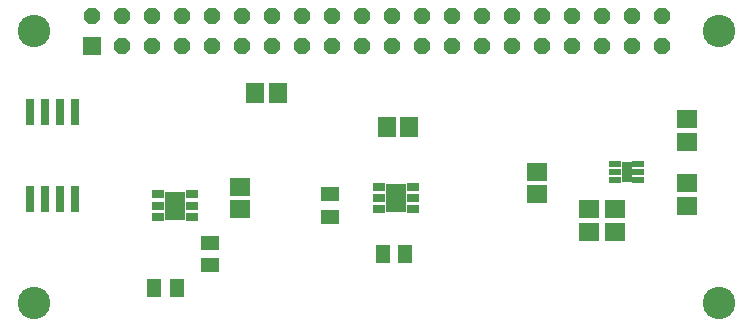
<source format=gts>
G04 DipTrace 3.0.0.2*
G04 hobo.gts*
%MOIN*%
G04 #@! TF.FileFunction,Soldermask,Top*
G04 #@! TF.Part,Single*
%AMOUTLINE0*5,1,8,0,0,0.06,-22.499559*%
%ADD17R,0.059055X0.051181*%
%ADD18R,0.051181X0.059055*%
%ADD24R,0.06X0.06*%
%ADD32C,0.108268*%
%ADD36R,0.033465X0.066929*%
%ADD38R,0.041339X0.021654*%
%ADD46R,0.070866X0.094488*%
%ADD48R,0.041339X0.027559*%
%ADD50R,0.031496X0.086614*%
%ADD52R,0.059055X0.066929*%
%ADD54R,0.066929X0.059055*%
%ADD59OUTLINE0*%
%FSLAX26Y26*%
G04*
G70*
G90*
G75*
G01*
G04 TopMask*
%LPD*%
D17*
X1118701Y731201D3*
Y656398D3*
D52*
X1706201Y1118701D3*
X1781004D3*
D54*
X2706201Y1068701D3*
Y1143504D3*
D52*
X1343701Y1231201D3*
X1268898D3*
D50*
X668701Y1168701D3*
X618701D3*
X568701D3*
X518701D3*
Y877362D3*
X568701D3*
X618701D3*
X668701D3*
D32*
X531496Y1437008D3*
Y531496D3*
X2814961D3*
Y1437008D3*
D48*
X1793701Y843701D3*
Y881102D3*
Y918504D3*
X1679528D3*
Y881102D3*
Y843701D3*
D46*
X1736614Y881102D3*
D24*
X723228Y1387008D3*
D59*
Y1487008D3*
X823228Y1387008D3*
Y1487008D3*
X923228Y1387008D3*
Y1487008D3*
X1023228Y1387008D3*
Y1487008D3*
X1123228Y1387008D3*
Y1487008D3*
X1223228Y1387008D3*
Y1487008D3*
X1323228Y1387008D3*
Y1487008D3*
X1423228Y1387008D3*
Y1487008D3*
X1523228Y1387008D3*
Y1487008D3*
X1623228Y1387008D3*
Y1487008D3*
X1723228Y1387008D3*
Y1487008D3*
X1823228Y1387008D3*
Y1487008D3*
X1923228Y1387008D3*
Y1487008D3*
X2023228Y1387008D3*
Y1487008D3*
X2123228Y1387008D3*
Y1487008D3*
X2223228Y1387008D3*
Y1487008D3*
X2323228Y1387008D3*
Y1487008D3*
X2423228Y1387008D3*
Y1487008D3*
X2523228Y1387008D3*
Y1487008D3*
X2623228Y1387008D3*
Y1487008D3*
D38*
X2468701Y993701D3*
Y968110D3*
Y942520D3*
X2543504D3*
Y968110D3*
Y993701D3*
D36*
X2506102Y968110D3*
D54*
X1218701Y843701D3*
Y918504D3*
D18*
X1006201Y581201D3*
X931398D3*
D17*
X1518701Y893701D3*
Y818898D3*
D18*
X1693701Y693701D3*
X1768504D3*
D54*
X2468701Y768701D3*
Y843504D3*
X2706201Y856201D3*
Y931004D3*
X2206201Y893701D3*
Y968504D3*
X2381201Y768701D3*
Y843504D3*
D48*
X943701Y893701D3*
Y856299D3*
Y818898D3*
X1057874D3*
Y856299D3*
Y893701D3*
D46*
X1000787Y856299D3*
M02*

</source>
